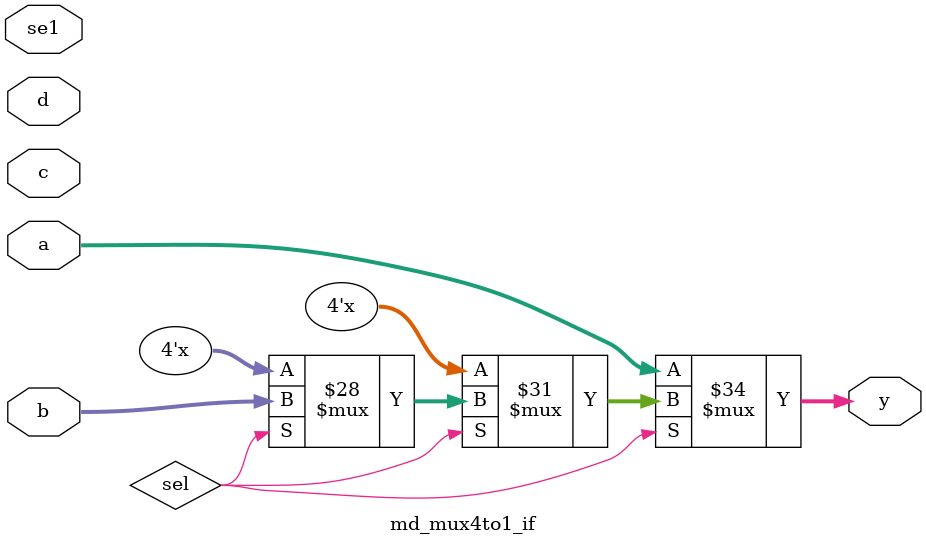
<source format=v>
`timescale 1ns / 1ps
module md_mux4to1_if(
	input	[1:0] se1,
	input [3:0]	a,
	input [3:0]	b,
	input [3:0]	c,
	input [3:0]	d,
	output reg [3:0] y
 );
	
	always @(sel or a or b or c or d) begin
		if(sel == 2'b00) y = a;
		else if(sel == 2'b01 ) y = b;
		else if(sel == 2'b10 ) y = c;
		else if(sel == 2'b11 ) y = d;
		else y = 4'bx;
	end
endmodule

</source>
